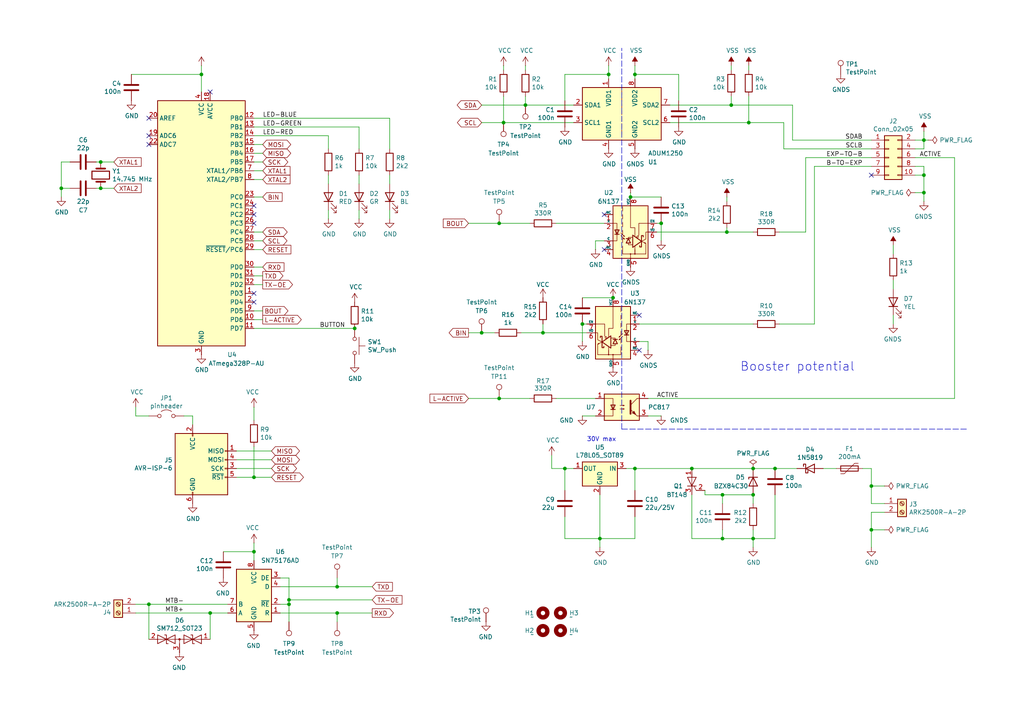
<source format=kicad_sch>
(kicad_sch (version 20231120) (generator "eeschema") (generator_version "8.0")
  (paper "A4")
  (title_block (title "HB22 MTB Expansion Module") (date "2025-02-22") (rev "1.0") (company "Model Railroader Club Brno I – KMŽ Brno I – https://kmz-brno.cz/") (comment 1 "Jan Horáček") (comment 2 "https://github.com/kmzbrnoI/hb22") (comment 3 "https://creativecommons.org/licenses/by-sa/4.0/") (comment 4 "Released under the Creative Commons Attribution-ShareAlike 4.0 License"))
  (junction (at 267.97 40.64))
  (junction (at 209.55 156.21))
  (junction (at 73.66 160.02))
  (junction (at 210.82 67.31))
  (junction (at 152.4 30.48))
  (junction (at 146.05 35.56))
  (junction (at 97.79 177.8))
  (junction (at 191.77 64.77))
  (junction (at 168.91 93.98))
  (junction (at 83.82 175.26))
  (junction (at 157.48 96.52))
  (junction (at 252.73 140.97))
  (junction (at 218.44 156.21))
  (junction (at 139.7 96.52))
  (junction (at 209.55 143.51))
  (junction (at 144.78 64.77))
  (junction (at 184.15 21.59))
  (junction (at 17.78 54.61))
  (junction (at 182.88 57.15))
  (junction (at 97.79 170.18))
  (junction (at 173.99 156.21))
  (junction (at 29.21 46.99))
  (junction (at 102.87 95.25))
  (junction (at 60.96 177.8))
  (junction (at 177.8 86.36))
  (junction (at 267.97 55.88))
  (junction (at 43.18 175.26))
  (junction (at 224.79 135.89))
  (junction (at 184.15 135.89))
  (junction (at 252.73 153.67))
  (junction (at 200.66 135.89))
  (junction (at 267.97 50.8))
  (junction (at 29.21 54.61))
  (junction (at 217.17 35.56))
  (junction (at 212.09 30.48))
  (junction (at 144.78 115.57))
  (junction (at 83.82 173.99))
  (junction (at 218.44 143.51))
  (junction (at 73.66 138.43))
  (junction (at 58.42 21.59))
  (junction (at 218.44 135.89))
  (junction (at 163.83 135.89))
  (junction (at 176.53 21.59))
  (no_connect (at 73.66 64.77))
  (no_connect (at 43.18 39.37))
  (no_connect (at 73.66 59.69))
  (no_connect (at 252.73 50.8))
  (no_connect (at 43.18 34.29))
  (no_connect (at 73.66 62.23))
  (no_connect (at 73.66 87.63))
  (no_connect (at 175.26 72.39))
  (no_connect (at 43.18 41.91))
  (no_connect (at 185.42 91.44))
  (no_connect (at 175.26 62.23))
  (no_connect (at 73.66 85.09))
  (no_connect (at 185.42 101.6))
  (no_connect (at 60.96 26.67))
  (wire (pts (xy 265.43 50.8) (xy 267.97 50.8)))
  (wire (pts (xy 224.79 135.89) (xy 218.44 135.89)))
  (wire (pts (xy 252.73 148.59) (xy 256.54 148.59)))
  (wire (pts (xy 184.15 156.21) (xy 184.15 149.86)))
  (wire (pts (xy 73.66 95.25) (xy 102.87 95.25)))
  (wire (pts (xy 97.79 167.64) (xy 97.79 170.18)))
  (wire (pts (xy 163.83 149.86) (xy 163.83 156.21)))
  (wire (pts (xy 60.96 177.8) (xy 60.96 185.42)))
  (wire (pts (xy 73.66 39.37) (xy 95.25 39.37)))
  (wire (pts (xy 73.66 138.43) (xy 78.74 138.43)))
  (wire (pts (xy 43.18 185.42) (xy 43.18 175.26)))
  (wire (pts (xy 265.43 48.26) (xy 267.97 48.26)))
  (wire (pts (xy 217.17 35.56) (xy 227.33 35.56)))
  (wire (pts (xy 269.24 40.64) (xy 267.97 40.64)))
  (wire (pts (xy 267.97 48.26) (xy 267.97 50.8)))
  (wire (pts (xy 168.91 93.98) (xy 170.18 93.98)))
  (wire (pts (xy 17.78 54.61) (xy 17.78 46.99)))
  (wire (pts (xy 196.85 21.59) (xy 196.85 29.21)))
  (wire (pts (xy 73.66 49.53) (xy 76.2 49.53)))
  (wire (pts (xy 233.68 45.72) (xy 233.68 67.31)))
  (wire (pts (xy 144.78 115.57) (xy 153.67 115.57)))
  (wire (pts (xy 73.66 129.54) (xy 73.66 138.43)))
  (wire (pts (xy 226.06 93.98) (xy 236.22 93.98)))
  (wire (pts (xy 97.79 180.34) (xy 97.79 177.8)))
  (wire (pts (xy 73.66 67.31) (xy 76.2 67.31)))
  (wire (pts (xy 144.78 64.77) (xy 153.67 64.77)))
  (wire (pts (xy 139.7 30.48) (xy 152.4 30.48)))
  (wire (pts (xy 191.77 64.77) (xy 190.5 64.77)))
  (wire (pts (xy 176.53 19.05) (xy 176.53 21.59)))
  (wire (pts (xy 29.21 46.99) (xy 33.02 46.99)))
  (wire (pts (xy 73.66 160.02) (xy 73.66 162.56)))
  (wire (pts (xy 265.43 43.18) (xy 267.97 43.18)))
  (wire (pts (xy 113.03 63.5) (xy 113.03 60.96)))
  (wire (pts (xy 81.28 167.64) (xy 83.82 167.64)))
  (wire (pts (xy 73.66 57.15) (xy 76.2 57.15)))
  (wire (pts (xy 146.05 35.56) (xy 146.05 27.94)))
  (wire (pts (xy 209.55 153.67) (xy 209.55 156.21)))
  (wire (pts (xy 160.02 135.89) (xy 163.83 135.89)))
  (wire (pts (xy 73.66 77.47) (xy 76.2 77.47)))
  (wire (pts (xy 217.17 19.05) (xy 217.17 20.32)))
  (wire (pts (xy 267.97 50.8) (xy 267.97 55.88)))
  (wire (pts (xy 73.66 118.11) (xy 73.66 121.92)))
  (wire (pts (xy 217.17 35.56) (xy 217.17 27.94)))
  (wire (pts (xy 176.53 21.59) (xy 176.53 22.86)))
  (wire (pts (xy 187.96 115.57) (xy 276.86 115.57)))
  (wire (pts (xy 43.18 175.26) (xy 39.37 175.26)))
  (wire (pts (xy 229.87 40.64) (xy 252.73 40.64)))
  (wire (pts (xy 97.79 170.18) (xy 81.28 170.18)))
  (wire (pts (xy 187.96 99.06) (xy 187.96 101.6)))
  (wire (pts (xy 146.05 19.05) (xy 146.05 20.32)))
  (wire (pts (xy 107.95 173.99) (xy 83.82 173.99)))
  (wire (pts (xy 83.82 175.26) (xy 81.28 175.26)))
  (wire (pts (xy 95.25 39.37) (xy 95.25 43.18)))
  (wire (pts (xy 218.44 146.05) (xy 218.44 143.51)))
  (wire (pts (xy 27.94 54.61) (xy 29.21 54.61)))
  (wire (pts (xy 184.15 19.05) (xy 184.15 21.59)))
  (wire (pts (xy 33.02 54.61) (xy 29.21 54.61)))
  (wire (pts (xy 209.55 156.21) (xy 218.44 156.21)))
  (wire (pts (xy 68.58 130.81) (xy 78.74 130.81)))
  (wire (pts (xy 267.97 40.64) (xy 265.43 40.64)))
  (wire (pts (xy 209.55 146.05) (xy 209.55 143.51)))
  (wire (pts (xy 229.87 30.48) (xy 229.87 40.64)))
  (wire (pts (xy 146.05 35.56) (xy 139.7 35.56)))
  (wire (pts (xy 73.66 69.85) (xy 76.2 69.85)))
  (wire (pts (xy 210.82 66.04) (xy 210.82 67.31)))
  (wire (pts (xy 53.34 120.65) (xy 55.88 120.65)))
  (wire (pts (xy 163.83 21.59) (xy 176.53 21.59)))
  (wire (pts (xy 60.96 177.8) (xy 66.04 177.8)))
  (wire (pts (xy 73.66 80.01) (xy 76.2 80.01)))
  (wire (pts (xy 107.95 170.18) (xy 97.79 170.18)))
  (wire (pts (xy 104.14 36.83) (xy 104.14 43.18)))
  (wire (pts (xy 161.29 64.77) (xy 175.26 64.77)))
  (wire (pts (xy 135.89 115.57) (xy 144.78 115.57)))
  (wire (pts (xy 113.03 34.29) (xy 113.03 43.18)))
  (wire (pts (xy 73.66 82.55) (xy 76.2 82.55)))
  (wire (pts (xy 73.66 157.48) (xy 73.66 160.02)))
  (wire (pts (xy 231.14 135.89) (xy 224.79 135.89)))
  (wire (pts (xy 252.73 148.59) (xy 252.73 153.67)))
  (wire (pts (xy 181.61 135.89) (xy 184.15 135.89)))
  (wire (pts (xy 252.73 140.97) (xy 252.73 135.89)))
  (wire (pts (xy 104.14 63.5) (xy 104.14 60.96)))
  (wire (pts (xy 163.83 135.89) (xy 166.37 135.89)))
  (wire (pts (xy 73.66 72.39) (xy 76.2 72.39)))
  (wire (pts (xy 184.15 21.59) (xy 196.85 21.59)))
  (wire (pts (xy 76.2 52.07) (xy 73.66 52.07)))
  (wire (pts (xy 58.42 26.67) (xy 58.42 21.59)))
  (wire (pts (xy 190.5 67.31) (xy 210.82 67.31)))
  (wire (pts (xy 259.08 83.82) (xy 259.08 81.28)))
  (wire (pts (xy 146.05 35.56) (xy 166.37 35.56)))
  (wire (pts (xy 212.09 30.48) (xy 212.09 27.94)))
  (wire (pts (xy 152.4 27.94) (xy 152.4 30.48)))
  (wire (pts (xy 17.78 57.15) (xy 17.78 54.61)))
  (wire (pts (xy 172.72 72.39) (xy 172.72 69.85)))
  (wire (pts (xy 95.25 63.5) (xy 95.25 60.96)))
  (wire (pts (xy 151.13 96.52) (xy 157.48 96.52)))
  (wire (pts (xy 73.66 44.45) (xy 76.2 44.45)))
  (wire (pts (xy 184.15 135.89) (xy 200.66 135.89)))
  (wire (pts (xy 20.32 54.61) (xy 17.78 54.61)))
  (wire (pts (xy 95.25 53.34) (xy 95.25 50.8)))
  (wire (pts (xy 209.55 143.51) (xy 218.44 143.51)))
  (wire (pts (xy 242.57 135.89) (xy 238.76 135.89)))
  (wire (pts (xy 113.03 53.34) (xy 113.03 50.8)))
  (wire (pts (xy 182.88 57.15) (xy 191.77 57.15)))
  (wire (pts (xy 218.44 156.21) (xy 218.44 153.67)))
  (wire (pts (xy 256.54 153.67) (xy 252.73 153.67)))
  (wire (pts (xy 104.14 53.34) (xy 104.14 50.8)))
  (wire (pts (xy 163.83 21.59) (xy 163.83 29.21)))
  (wire (pts (xy 58.42 19.05) (xy 58.42 21.59)))
  (wire (pts (xy 185.42 93.98) (xy 218.44 93.98)))
  (wire (pts (xy 224.79 156.21) (xy 224.79 143.51)))
  (wire (pts (xy 161.29 115.57) (xy 172.72 115.57)))
  (wire (pts (xy 276.86 45.72) (xy 276.86 115.57)))
  (wire (pts (xy 212.09 30.48) (xy 229.87 30.48)))
  (wire (pts (xy 73.66 46.99) (xy 76.2 46.99)))
  (wire (pts (xy 104.14 36.83) (xy 73.66 36.83)))
  (wire (pts (xy 259.08 73.66) (xy 259.08 71.12)))
  (wire (pts (xy 135.89 96.52) (xy 139.7 96.52)))
  (wire (pts (xy 267.97 43.18) (xy 267.97 40.64)))
  (wire (pts (xy 173.99 158.75) (xy 173.99 156.21)))
  (wire (pts (xy 252.73 140.97) (xy 256.54 140.97)))
  (wire (pts (xy 83.82 167.64) (xy 83.82 173.99)))
  (wire (pts (xy 152.4 30.48) (xy 166.37 30.48)))
  (wire (pts (xy 73.66 41.91) (xy 76.2 41.91)))
  (wire (pts (xy 191.77 69.85) (xy 191.77 64.77)))
  (wire (pts (xy 259.08 93.98) (xy 259.08 91.44)))
  (wire (pts (xy 168.91 86.36) (xy 177.8 86.36)))
  (wire (pts (xy 107.95 177.8) (xy 97.79 177.8)))
  (wire (pts (xy 184.15 156.21) (xy 173.99 156.21)))
  (wire (pts (xy 83.82 173.99) (xy 83.82 175.26)))
  (wire (pts (xy 224.79 156.21) (xy 218.44 156.21)))
  (wire (pts (xy 194.31 30.48) (xy 212.09 30.48)))
  (wire (pts (xy 200.66 156.21) (xy 209.55 156.21)))
  (wire (pts (xy 160.02 132.08) (xy 160.02 135.89)))
  (wire (pts (xy 17.78 46.99) (xy 20.32 46.99)))
  (wire (pts (xy 267.97 40.64) (xy 267.97 38.1)))
  (wire (pts (xy 73.66 92.71) (xy 76.2 92.71)))
  (wire (pts (xy 39.37 118.11) (xy 39.37 120.65)))
  (wire (pts (xy 204.47 142.24) (xy 204.47 143.51)))
  (wire (pts (xy 184.15 142.24) (xy 184.15 135.89)))
  (wire (pts (xy 55.88 120.65) (xy 55.88 123.19)))
  (wire (pts (xy 139.7 96.52) (xy 143.51 96.52)))
  (polyline (pts (xy 180.34 124.46) (xy 180.34 13.97)) (stroke (width 0) (type dash)))
  (wire (pts (xy 210.82 67.31) (xy 218.44 67.31)))
  (wire (pts (xy 27.94 46.99) (xy 29.21 46.99)))
  (wire (pts (xy 83.82 175.26) (xy 83.82 180.34)))
  (wire (pts (xy 265.43 55.88) (xy 267.97 55.88)))
  (wire (pts (xy 152.4 19.05) (xy 152.4 20.32)))
  (wire (pts (xy 60.96 177.8) (xy 39.37 177.8)))
  (wire (pts (xy 157.48 96.52) (xy 170.18 96.52)))
  (wire (pts (xy 185.42 99.06) (xy 187.96 99.06)))
  (wire (pts (xy 97.79 177.8) (xy 81.28 177.8)))
  (wire (pts (xy 144.78 64.77) (xy 135.89 64.77)))
  (wire (pts (xy 227.33 35.56) (xy 227.33 43.18)))
  (polyline (pts (xy 180.34 124.46) (xy 280.67 124.46)) (stroke (width 0) (type dash)))
  (wire (pts (xy 236.22 48.26) (xy 236.22 93.98)))
  (wire (pts (xy 236.22 48.26) (xy 252.73 48.26)))
  (wire (pts (xy 187.96 120.65) (xy 191.77 120.65)))
  (wire (pts (xy 73.66 90.17) (xy 76.2 90.17)))
  (wire (pts (xy 43.18 175.26) (xy 66.04 175.26)))
  (wire (pts (xy 267.97 55.88) (xy 267.97 58.42)))
  (wire (pts (xy 252.73 140.97) (xy 252.73 146.05)))
  (wire (pts (xy 173.99 156.21) (xy 163.83 156.21)))
  (wire (pts (xy 252.73 158.75) (xy 252.73 153.67)))
  (wire (pts (xy 157.48 93.98) (xy 157.48 96.52)))
  (wire (pts (xy 227.33 43.18) (xy 252.73 43.18)))
  (wire (pts (xy 64.77 160.02) (xy 73.66 160.02)))
  (wire (pts (xy 168.91 93.98) (xy 168.91 99.06)))
  (wire (pts (xy 73.66 34.29) (xy 113.03 34.29)))
  (wire (pts (xy 210.82 57.15) (xy 210.82 58.42)))
  (wire (pts (xy 163.83 142.24) (xy 163.83 135.89)))
  (wire (pts (xy 204.47 143.51) (xy 209.55 143.51)))
  (wire (pts (xy 68.58 133.35) (xy 78.74 133.35)))
  (wire (pts (xy 226.06 67.31) (xy 233.68 67.31)))
  (wire (pts (xy 173.99 156.21) (xy 173.99 143.51)))
  (wire (pts (xy 218.44 158.75) (xy 218.44 156.21)))
  (wire (pts (xy 39.37 120.65) (xy 43.18 120.65)))
  (wire (pts (xy 212.09 19.05) (xy 212.09 20.32)))
  (wire (pts (xy 184.15 21.59) (xy 184.15 22.86)))
  (wire (pts (xy 194.31 35.56) (xy 217.17 35.56)))
  (wire (pts (xy 168.91 120.65) (xy 172.72 120.65)))
  (wire (pts (xy 233.68 45.72) (xy 252.73 45.72)))
  (wire (pts (xy 218.44 135.89) (xy 200.66 135.89)))
  (wire (pts (xy 68.58 138.43) (xy 73.66 138.43)))
  (wire (pts (xy 38.1 21.59) (xy 58.42 21.59)))
  (wire (pts (xy 256.54 146.05) (xy 252.73 146.05)))
  (wire (pts (xy 200.66 156.21) (xy 200.66 143.51)))
  (wire (pts (xy 252.73 135.89) (xy 250.19 135.89)))
  (wire (pts (xy 182.88 57.15) (xy 182.88 55.88)))
  (wire (pts (xy 265.43 45.72) (xy 276.86 45.72)))
  (wire (pts (xy 172.72 69.85) (xy 175.26 69.85)))
  (wire (pts (xy 68.58 135.89) (xy 78.74 135.89)))
  (text "30V max" (at 170.18 128.27 0) (effects (font (size 1.27 1.27)) (justify left bottom)))
  (text "Booster potential" (at 214.63 107.95 0) (effects (font (size 2.54 2.54)) (justify left bottom)))
  (label "B-TO-EXP" (at 250.19 48.26 180))
  (label "SDAB" (at 250.19 40.64 180))
  (label "SCLB" (at 250.19 43.18 180))
  (label "LED-GREEN" (at 76.2 36.83 0))
  (label "MTB+" (at 53.34 177.8 180))
  (label "BUTTON" (at 92.71 95.25 0))
  (label "ACTIVE" (at 266.7 45.72 0))
  (label "EXP-TO-B" (at 250.19 45.72 180))
  (label "MTB-" (at 53.34 175.26 180))
  (label "ACTIVE" (at 190.5 115.57 0))
  (label "LED-BLUE" (at 76.2 34.29 0))
  (label "LED-RED" (at 76.2 39.37 0))
  (global_label "RXD" (shape output) (at 107.95 177.8 0) (property "Intersheetrefs" "${INTERSHEET_REFS}" (effects (hide yes))))
  (global_label "SCL" (shape bidirectional) (at 76.2 69.85 0) (property "Intersheetrefs" "${INTERSHEET_REFS}" (effects (hide yes))))
  (global_label "MISO" (shape bidirectional) (at 76.2 44.45 0) (property "Intersheetrefs" "${INTERSHEET_REFS}" (effects (hide yes))))
  (global_label "BIN" (shape output) (at 135.89 96.52 180) (property "Intersheetrefs" "${INTERSHEET_REFS}" (effects (hide yes))))
  (global_label "TXD" (shape output) (at 76.2 80.01 0) (property "Intersheetrefs" "${INTERSHEET_REFS}" (effects (hide yes))))
  (global_label "MISO" (shape bidirectional) (at 78.74 130.81 0) (property "Intersheetrefs" "${INTERSHEET_REFS}" (effects (hide yes))))
  (global_label "SDA" (shape bidirectional) (at 76.2 67.31 0) (property "Intersheetrefs" "${INTERSHEET_REFS}" (effects (hide yes))))
  (global_label "XTAL1" (shape input) (at 33.02 46.99 0) (property "Intersheetrefs" "${INTERSHEET_REFS}" (effects (hide yes))))
  (global_label "TXD" (shape input) (at 107.95 170.18 0) (property "Intersheetrefs" "${INTERSHEET_REFS}" (effects (hide yes))))
  (global_label "BOUT" (shape input) (at 135.89 64.77 180) (property "Intersheetrefs" "${INTERSHEET_REFS}" (effects (hide yes))))
  (global_label "BOUT" (shape output) (at 76.2 90.17 0) (property "Intersheetrefs" "${INTERSHEET_REFS}" (effects (hide yes))))
  (global_label "BIN" (shape input) (at 76.2 57.15 0) (property "Intersheetrefs" "${INTERSHEET_REFS}" (effects (hide yes))))
  (global_label "L-ACTIVE" (shape output) (at 76.2 92.71 0) (property "Intersheetrefs" "${INTERSHEET_REFS}" (effects (hide yes))))
  (global_label "XTAL2" (shape input) (at 76.2 52.07 0) (property "Intersheetrefs" "${INTERSHEET_REFS}" (effects (hide yes))))
  (global_label "SCK" (shape bidirectional) (at 78.74 135.89 0) (property "Intersheetrefs" "${INTERSHEET_REFS}" (effects (hide yes))))
  (global_label "MOSI" (shape bidirectional) (at 78.74 133.35 0) (property "Intersheetrefs" "${INTERSHEET_REFS}" (effects (hide yes))))
  (global_label "XTAL1" (shape input) (at 76.2 49.53 0) (property "Intersheetrefs" "${INTERSHEET_REFS}" (effects (hide yes))))
  (global_label "RESET" (shape input) (at 76.2 72.39 0) (property "Intersheetrefs" "${INTERSHEET_REFS}" (effects (hide yes))))
  (global_label "SCK" (shape bidirectional) (at 76.2 46.99 0) (property "Intersheetrefs" "${INTERSHEET_REFS}" (effects (hide yes))))
  (global_label "SDA" (shape bidirectional) (at 139.7 30.48 180) (property "Intersheetrefs" "${INTERSHEET_REFS}" (effects (hide yes))))
  (global_label "TX-OE" (shape output) (at 76.2 82.55 0) (property "Intersheetrefs" "${INTERSHEET_REFS}" (effects (hide yes))))
  (global_label "XTAL2" (shape input) (at 33.02 54.61 0) (property "Intersheetrefs" "${INTERSHEET_REFS}" (effects (hide yes))))
  (global_label "TX-OE" (shape input) (at 107.95 173.99 0) (property "Intersheetrefs" "${INTERSHEET_REFS}" (effects (hide yes))))
  (global_label "SCL" (shape bidirectional) (at 139.7 35.56 180) (property "Intersheetrefs" "${INTERSHEET_REFS}" (effects (hide yes))))
  (global_label "RESET" (shape bidirectional) (at 78.74 138.43 0) (property "Intersheetrefs" "${INTERSHEET_REFS}" (effects (hide yes))))
  (global_label "L-ACTIVE" (shape input) (at 135.89 115.57 180) (property "Intersheetrefs" "${INTERSHEET_REFS}" (effects (hide yes))))
  (global_label "MOSI" (shape bidirectional) (at 76.2 41.91 0) (property "Intersheetrefs" "${INTERSHEET_REFS}" (effects (hide yes))))
  (global_label "RXD" (shape input) (at 76.2 77.47 0) (property "Intersheetrefs" "${INTERSHEET_REFS}" (effects (hide yes))))
  (symbol (lib_id "MCU_Microchip_ATmega:ATmega328P-A") (at 58.42 64.77 0) (unit 1)
    (property "Reference" "U4" (at 67.31 102.87 0))
    (property "Value" "ATmega328P-AU" (at 68.58 105.41 0))
    (property "Footprint" "Package_QFP:TQFP-32_7x7mm_P0.8mm" (effects (hide yes)))
    (property "Datasheet" "http://ww1.microchip.com/downloads/en/DeviceDoc/ATmega328_P%20AVR%20MCU%20with%20picoPower%20Technology%20Data%20Sheet%2040001984A.pdf" (effects (hide yes)))
    (property "Description" "20MHz, 32kB Flash, 2kB SRAM, 1kB EEPROM, TQFP-32" (effects (hide yes)))
  )
  (symbol (lib_id "Device:C") (at 38.1 25.4 0) (mirror y) (unit 1)
    (property "Reference" "C4" (at 35.179 24.2316 0) (effects (justify left)))
    (property "Value" "100n" (at 35.179 26.543 0) (effects (justify left)))
    (property "Footprint" "Capacitor_SMD:C_0805_2012Metric_Pad1.18x1.45mm_HandSolder" (effects (hide yes)))
    (property "Description" "Unpolarized capacitor" (effects (hide yes)))
    (property "LCSC" "C49678" (effects (hide yes)))
  )
  (symbol (lib_id "power:GND") (at 38.1 29.21 0) (unit 1)
    (property "Reference" "#PWR020" (effects (hide yes)))
    (property "Value" "GND" (at 38.227 33.6042 0))
    (property "Description" "Power symbol creates a global label with name \"GND\" , ground" (effects (hide yes)))
  )
  (symbol (lib_id "power:VCC") (at 58.42 19.05 0) (unit 1)
    (property "Reference" "#PWR018" (effects (hide yes)))
    (property "Value" "VCC" (effects (hide yes)))
    (property "Description" "Power symbol creates a global label with name \"VCC\"" (effects (hide yes)))
  )
  (symbol (lib_id "Device:R") (at 73.66 125.73 180) (unit 1)
    (property "Reference" "R9" (at 75.4126 124.5616 0) (effects (justify right)))
    (property "Value" "10k" (at 75.4126 126.873 0) (effects (justify right)))
    (property "Footprint" "Resistor_SMD:R_0805_2012Metric_Pad1.20x1.40mm_HandSolder" (effects (hide yes)))
    (property "Description" "Resistor" (effects (hide yes)))
    (property "LCSC" "C17414" (effects (hide yes)))
  )
  (symbol (lib_id "power:VCC") (at 73.66 118.11 0) (mirror y) (unit 1)
    (property "Reference" "#PWR023" (effects (hide yes)))
    (property "Value" "VCC" (at 73.279 113.7158 0))
    (property "Description" "Power symbol creates a global label with name \"VCC\"" (effects (hide yes)))
  )
  (symbol (lib_id "Connector:AVR-ISP-6") (at 58.42 135.89 0) (unit 1)
    (property "Reference" "J5" (at 50.0634 133.4516 0) (effects (justify right)))
    (property "Value" "AVR-ISP-6" (at 50.0634 135.763 0) (effects (justify right)))
    (property "Footprint" "Connector_PinHeader_2.54mm:PinHeader_2x03_P2.54mm_Vertical" (effects (hide yes)))
    (property "Description" "Atmel 6-pin ISP connector" (effects (hide yes)))
  )
  (symbol (lib_id "Jumper:Jumper_2_Open") (at 48.26 120.65 0) (unit 1) (exclude_from_sim yes)
    (property "Reference" "JP1" (at 48.26 115.443 0))
    (property "Value" "pinheader" (at 48.26 117.7544 0))
    (property "Footprint" "Connector_PinHeader_2.54mm:PinHeader_1x02_P2.54mm_Vertical" (effects (hide yes)))
    (property "Description" "Jumper, 2-pole, open" (effects (hide yes)))
  )
  (symbol (lib_id "power:GND") (at 55.88 146.05 0) (unit 1)
    (property "Reference" "#PWR043" (effects (hide yes)))
    (property "Value" "GND" (at 56.007 150.4442 0))
    (property "Description" "Power symbol creates a global label with name \"GND\" , ground" (effects (hide yes)))
  )
  (symbol (lib_id "power:VCC") (at 39.37 118.11 0) (unit 1)
    (property "Reference" "#PWR039" (effects (hide yes)))
    (property "Value" "VCC" (at 39.751 113.7158 0))
    (property "Description" "Power symbol creates a global label with name \"VCC\"" (effects (hide yes)))
  )
  (symbol (lib_id "Device:Crystal") (at 29.21 50.8 270) (unit 1)
    (property "Reference" "Y1" (at 32.5374 49.6316 90) (effects (justify left)))
    (property "Value" "14.745 MHz" (at 32.5374 51.943 90) (effects (justify left)))
    (property "Footprint" "Crystal:Crystal_SMD_HC49-SD_HandSoldering" (effects (hide yes)))
    (property "Description" "Two pin crystal" (effects (hide yes)))
    (property "LCSC" "C240976" (effects (hide yes)))
  )
  (symbol (lib_id "Device:C") (at 24.13 46.99 270) (unit 1)
    (property "Reference" "C6" (at 24.13 40.5892 90))
    (property "Value" "22p" (at 24.13 42.9006 90))
    (property "Footprint" "Capacitor_SMD:C_0805_2012Metric_Pad1.18x1.45mm_HandSolder" (effects (hide yes)))
    (property "Description" "Unpolarized capacitor" (effects (hide yes)))
    (property "LCSC" "C1804" (effects (hide yes)))
  )
  (symbol (lib_id "Device:C") (at 24.13 54.61 90) (unit 1)
    (property "Reference" "C7" (at 24.13 60.96 90))
    (property "Value" "22p" (at 24.13 58.42 90))
    (property "Footprint" "Capacitor_SMD:C_0805_2012Metric_Pad1.18x1.45mm_HandSolder" (effects (hide yes)))
    (property "Description" "Unpolarized capacitor" (effects (hide yes)))
    (property "LCSC" "C1804" (effects (hide yes)))
  )
  (symbol (lib_id "power:GND") (at 17.78 57.15 0) (unit 1)
    (property "Reference" "#PWR032" (effects (hide yes)))
    (property "Value" "GND" (at 17.907 61.5442 0))
    (property "Description" "Power symbol creates a global label with name \"GND\" , ground" (effects (hide yes)))
  )
  (symbol (lib_id "Device:Polyfuse") (at 246.38 135.89 270) (unit 1)
    (property "Reference" "F1" (at 246.38 130.175 90))
    (property "Value" "200mA" (at 246.38 132.4864 90))
    (property "Footprint" "Fuse:Fuse_1206_3216Metric_Pad1.42x1.75mm_HandSolder" (effects (hide yes)))
    (property "Description" "Resettable fuse, polymeric positive temperature coefficient" (effects (hide yes)))
  )
  (symbol (lib_id "power:GND") (at 58.42 102.87 0) (unit 1)
    (property "Reference" "#PWR034" (effects (hide yes)))
    (property "Value" "GND" (at 58.547 107.2642 0))
    (property "Description" "Power symbol creates a global label with name \"GND\" , ground" (effects (hide yes)))
  )
  (symbol (lib_id "Diode:BZX84Cxx") (at 218.44 139.7 90) (mirror x) (unit 1)
    (property "Reference" "D5" (at 213.36 138.43 90) (effects (justify right)))
    (property "Value" "BZX84C30" (at 207.01 140.97 90) (effects (justify right)))
    (property "Footprint" "Package_TO_SOT_SMD:SOT-23" (effects (hide yes)))
    (property "Datasheet" "https://diotec.com/tl_files/diotec/files/pdf/datasheets/bzx84c2v4.pdf" (effects (hide yes)))
    (property "Description" "300mW Zener Diode, SOT-23" (effects (hide yes)))
  )
  (symbol (lib_id "Triac_Thyristor:BT169D") (at 200.66 139.7 0) (mirror y) (unit 1)
    (property "Reference" "Q1" (at 198.12 140.97 0) (effects (justify left)))
    (property "Value" "BT148" (at 199.39 143.51 0) (effects (justify left)))
    (property "Footprint" "Package_TO_SOT_THT:TO-92_Inline" (effects (hide yes)))
    (property "Datasheet" "https://media.digikey.com/pdf/Data%20Sheets/NXP%20PDFs/BT169_Series.pdf" (effects (hide yes)))
    (property "Description" "0.5A Ion, 400V Voff, Thyristors logic level, Silicon Controlled Rectifier (Thyristor), TO-92" (effects (hide yes)))
    (property "LCSC" "C256433" (effects (hide yes)))
  )
  (symbol (lib_id "Device:C") (at 224.79 139.7 0) (unit 1)
    (property "Reference" "C8" (at 227.711 138.5316 0) (effects (justify left)))
    (property "Value" "100n" (at 227.711 140.843 0) (effects (justify left)))
    (property "Footprint" "Capacitor_SMD:C_0805_2012Metric_Pad1.18x1.45mm_HandSolder" (effects (hide yes)))
    (property "Description" "Unpolarized capacitor" (effects (hide yes)))
    (property "LCSC" "C49678" (effects (hide yes)))
  )
  (symbol (lib_id "Device:C") (at 209.55 149.86 0) (mirror x) (unit 1)
    (property "Reference" "C11" (at 206.629 148.6916 0) (effects (justify right)))
    (property "Value" "100n" (at 206.629 151.003 0) (effects (justify right)))
    (property "Footprint" "Capacitor_SMD:C_0805_2012Metric_Pad1.18x1.45mm_HandSolder" (effects (hide yes)))
    (property "Description" "Unpolarized capacitor" (effects (hide yes)))
    (property "LCSC" "C49678" (effects (hide yes)))
  )
  (symbol (lib_id "Device:R") (at 218.44 149.86 0) (mirror x) (unit 1)
    (property "Reference" "R12" (at 216.662 148.6916 0) (effects (justify right)))
    (property "Value" "2k2" (at 216.662 151.003 0) (effects (justify right)))
    (property "Footprint" "Resistor_SMD:R_0805_2012Metric_Pad1.20x1.40mm_HandSolder" (effects (hide yes)))
    (property "Description" "Resistor" (effects (hide yes)))
    (property "LCSC" "C17520" (effects (hide yes)))
  )
  (symbol (lib_id "power:GND") (at 218.44 158.75 0) (unit 1)
    (property "Reference" "#PWR037" (effects (hide yes)))
    (property "Value" "GND" (at 218.567 163.1442 0))
    (property "Description" "Power symbol creates a global label with name \"GND\" , ground" (effects (hide yes)))
  )
  (symbol (lib_id "Interface_UART:SN75176AD") (at 73.66 172.72 0) (mirror y) (unit 1)
    (property "Reference" "U6" (at 81.28 160.02 0))
    (property "Value" "SN75176AD" (at 81.28 162.56 0))
    (property "Footprint" "Package_SO:SOIC-8_3.9x4.9mm_P1.27mm" (effects (hide yes)))
    (property "Datasheet" "http://www.ti.com/lit/ds/symlink/sn75176a.pdf" (effects (hide yes)))
    (property "Description" "Differential RS-422/RS-485 bus transceiver, SOIC-8" (effects (hide yes)))
  )
  (symbol (lib_id "Connector:Screw_Terminal_01x02") (at 34.29 177.8 180) (unit 1)
    (property "Reference" "J4" (at 32.258 177.5968 0) (effects (justify left)))
    (property "Value" "ARK2500R-A-2P" (at 32.258 175.2854 0) (effects (justify left)))
    (property "Footprint" "Connector_Phoenix_MSTB:PhoenixContact_MSTBA_2,5_2-G_1x02_P5.00mm_Horizontal" (effects (hide yes)))
    (property "Description" "Generic screw terminal, single row, 01x02, script generated (kicad-library-utils/schlib/autogen/connector/)" (effects (hide yes)))
  )
  (symbol (lib_id "power:VCC") (at 73.66 157.48 0) (mirror y) (unit 1)
    (property "Reference" "#PWR040" (effects (hide yes)))
    (property "Value" "VCC" (at 73.279 153.0858 0))
    (property "Description" "Power symbol creates a global label with name \"VCC\"" (effects (hide yes)))
  )
  (symbol (lib_id "power:GND") (at 73.66 182.88 0) (mirror y) (unit 1)
    (property "Reference" "#PWR041" (effects (hide yes)))
    (property "Value" "GND" (at 73.533 187.2742 0))
    (property "Description" "Power symbol creates a global label with name \"GND\" , ground" (effects (hide yes)))
  )
  (symbol (lib_id "Switch:SW_Push") (at 102.87 100.33 270) (unit 1)
    (property "Reference" "SW1" (at 106.6292 99.1616 90) (effects (justify left)))
    (property "Value" "SW_Push" (at 106.6292 101.473 90) (effects (justify left)))
    (property "Footprint" "Button_Switch_THT:SW_PUSH_6mm" (effects (hide yes)))
    (property "Description" "Push button switch, generic, two pins" (effects (hide yes)))
  )
  (symbol (lib_id "Device:R") (at 102.87 91.44 0) (unit 1)
    (property "Reference" "R11" (at 104.648 90.2716 0) (effects (justify left)))
    (property "Value" "10k" (at 104.648 92.583 0) (effects (justify left)))
    (property "Footprint" "Resistor_SMD:R_0805_2012Metric_Pad1.20x1.40mm_HandSolder" (effects (hide yes)))
    (property "Description" "Resistor" (effects (hide yes)))
    (property "LCSC" "C17414" (effects (hide yes)))
  )
  (symbol (lib_id "power:VCC") (at 102.87 87.63 0) (unit 1)
    (property "Reference" "#PWR033" (effects (hide yes)))
    (property "Value" "VCC" (at 103.251 83.2358 0))
    (property "Description" "Power symbol creates a global label with name \"VCC\"" (effects (hide yes)))
  )
  (symbol (lib_id "power:GND") (at 102.87 105.41 0) (unit 1)
    (property "Reference" "#PWR035" (effects (hide yes)))
    (property "Value" "GND" (at 102.997 109.8042 0))
    (property "Description" "Power symbol creates a global label with name \"GND\" , ground" (effects (hide yes)))
  )
  (symbol (lib_id "Device:LED") (at 95.25 57.15 90) (unit 1)
    (property "Reference" "D1" (at 98.2472 56.1594 90) (effects (justify right)))
    (property "Value" "RED" (at 98.2472 58.4708 90) (effects (justify right)))
    (property "Footprint" "LED_SMD:LED_0805_2012Metric_Pad1.15x1.40mm_HandSolder" (effects (hide yes)))
    (property "Description" "Light emitting diode" (effects (hide yes)))
    (property "LCSC" "C84256" (effects (hide yes)))
  )
  (symbol (lib_id "Device:LED") (at 104.14 57.15 90) (unit 1)
    (property "Reference" "D2" (at 107.1372 56.1594 90) (effects (justify right)))
    (property "Value" "GR" (at 107.1372 58.4708 90) (effects (justify right)))
    (property "Footprint" "LED_SMD:LED_0805_2012Metric_Pad1.15x1.40mm_HandSolder" (effects (hide yes)))
    (property "Description" "Light emitting diode" (effects (hide yes)))
    (property "LCSC" "C2297" (effects (hide yes)))
  )
  (symbol (lib_id "Device:LED") (at 113.03 57.15 90) (unit 1)
    (property "Reference" "D3" (at 116.0272 56.1594 90) (effects (justify right)))
    (property "Value" "BL" (at 116.0272 58.4708 90) (effects (justify right)))
    (property "Footprint" "LED_SMD:LED_0805_2012Metric_Pad1.15x1.40mm_HandSolder" (effects (hide yes)))
    (property "Description" "Light emitting diode" (effects (hide yes)))
    (property "LCSC" "C2293" (effects (hide yes)))
  )
  (symbol (lib_id "Device:R") (at 95.25 46.99 0) (unit 1)
    (property "Reference" "R6" (at 97.028 45.8216 0) (effects (justify left)))
    (property "Value" "1k" (at 97.028 48.133 0) (effects (justify left)))
    (property "Footprint" "Resistor_SMD:R_0805_2012Metric_Pad1.20x1.40mm_HandSolder" (effects (hide yes)))
    (property "Description" "Resistor" (effects (hide yes)))
    (property "LCSC" "C17513" (effects (hide yes)))
  )
  (symbol (lib_id "Device:R") (at 104.14 46.99 0) (unit 1)
    (property "Reference" "R7" (at 105.918 45.8216 0) (effects (justify left)))
    (property "Value" "10k" (at 105.918 48.133 0) (effects (justify left)))
    (property "Footprint" "Resistor_SMD:R_0805_2012Metric_Pad1.20x1.40mm_HandSolder" (effects (hide yes)))
    (property "Description" "Resistor" (effects (hide yes)))
    (property "LCSC" "C17513" (effects (hide yes)))
  )
  (symbol (lib_id "Device:R") (at 113.03 46.99 0) (unit 1)
    (property "Reference" "R8" (at 114.808 45.8216 0) (effects (justify left)))
    (property "Value" "2k2" (at 114.808 48.133 0) (effects (justify left)))
    (property "Footprint" "Resistor_SMD:R_0805_2012Metric_Pad1.20x1.40mm_HandSolder" (effects (hide yes)))
    (property "Description" "Resistor" (effects (hide yes)))
    (property "LCSC" "C17513" (effects (hide yes)))
  )
  (symbol (lib_id "power:GND") (at 95.25 63.5 0) (unit 1)
    (property "Reference" "#PWR026" (effects (hide yes)))
    (property "Value" "GND" (at 95.377 67.8942 0))
    (property "Description" "Power symbol creates a global label with name \"GND\" , ground" (effects (hide yes)))
  )
  (symbol (lib_id "power:GND") (at 104.14 63.5 0) (unit 1)
    (property "Reference" "#PWR027" (effects (hide yes)))
    (property "Value" "GND" (at 104.267 67.8942 0))
    (property "Description" "Power symbol creates a global label with name \"GND\" , ground" (effects (hide yes)))
  )
  (symbol (lib_id "power:GND") (at 113.03 63.5 0) (unit 1)
    (property "Reference" "#PWR028" (effects (hide yes)))
    (property "Value" "GND" (at 113.157 67.8942 0))
    (property "Description" "Power symbol creates a global label with name \"GND\" , ground" (effects (hide yes)))
  )
  (symbol (lib_id "Interface_I2C:ADUM1250") (at 180.34 33.02 0) (unit 1)
    (property "Reference" "U1" (at 187.96 46.99 0) (effects (justify left)))
    (property "Value" "ADUM1250" (at 187.96 44.45 0) (effects (justify left)))
    (property "Footprint" "Package_SO:SO-8_3.9x4.9mm_P1.27mm" (effects (hide yes)))
    (property "Datasheet" "https://www.analog.com/media/en/technical-documentation/data-sheets/ADUM1250_1251.pdf" (effects (hide yes)))
    (property "Description" "Hot Swappable Dual I2C Isolator, SO-8" (effects (hide yes)))
    (property "LCSC" "C13839" (effects (hide yes)))
  )
  (symbol (lib_id "Device:R") (at 152.4 24.13 0) (unit 1)
    (property "Reference" "R2" (at 154.178 22.9616 0) (effects (justify left)))
    (property "Value" "10k" (at 154.178 25.273 0) (effects (justify left)))
    (property "Footprint" "Resistor_SMD:R_0805_2012Metric_Pad1.20x1.40mm_HandSolder" (effects (hide yes)))
    (property "Description" "Resistor" (effects (hide yes)))
    (property "LCSC" "C17414" (effects (hide yes)))
  )
  (symbol (lib_id "Device:R") (at 146.05 24.13 0) (mirror x) (unit 1)
    (property "Reference" "R1" (at 144.272 22.9616 0) (effects (justify right)))
    (property "Value" "10k" (at 144.272 25.273 0) (effects (justify right)))
    (property "Footprint" "Resistor_SMD:R_0805_2012Metric_Pad1.20x1.40mm_HandSolder" (effects (hide yes)))
    (property "Description" "Resistor" (effects (hide yes)))
    (property "LCSC" "C17414" (effects (hide yes)))
  )
  (symbol (lib_id "power:VCC") (at 146.05 19.05 0) (unit 1)
    (property "Reference" "#PWR06" (effects (hide yes)))
    (property "Value" "VCC" (at 146.431 14.6558 0))
    (property "Description" "Power symbol creates a global label with name \"VCC\"" (effects (hide yes)))
  )
  (symbol (lib_id "power:VCC") (at 152.4 19.05 0) (unit 1)
    (property "Reference" "#PWR07" (effects (hide yes)))
    (property "Value" "VCC" (at 152.781 14.6558 0))
    (property "Description" "Power symbol creates a global label with name \"VCC\"" (effects (hide yes)))
  )
  (symbol (lib_id "Device:C") (at 163.83 33.02 0) (mirror y) (unit 1)
    (property "Reference" "C1" (at 160.909 31.8516 0) (effects (justify left)))
    (property "Value" "100n" (at 160.909 34.163 0) (effects (justify left)))
    (property "Footprint" "Capacitor_SMD:C_0805_2012Metric_Pad1.18x1.45mm_HandSolder" (effects (hide yes)))
    (property "Description" "Unpolarized capacitor" (effects (hide yes)))
    (property "LCSC" "C49678" (effects (hide yes)))
  )
  (symbol (lib_id "Device:C") (at 196.85 33.02 0) (unit 1)
    (property "Reference" "C2" (at 199.771 31.8516 0) (effects (justify left)))
    (property "Value" "100n" (at 199.771 34.163 0) (effects (justify left)))
    (property "Footprint" "Capacitor_SMD:C_0805_2012Metric_Pad1.18x1.45mm_HandSolder" (effects (hide yes)))
    (property "Description" "Unpolarized capacitor" (effects (hide yes)))
    (property "LCSC" "C49678" (effects (hide yes)))
  )
  (symbol (lib_id "power:GND") (at 196.85 36.83 0) (unit 1)
    (property "Reference" "#PWR011" (effects (hide yes)))
    (property "Value" "GND" (at 196.977 41.2242 0))
    (property "Description" "Power symbol creates a global label with name \"GND\" , ground" (effects (hide yes)))
  )
  (symbol (lib_id "power:GND") (at 163.83 36.83 0) (unit 1)
    (property "Reference" "#PWR010" (effects (hide yes)))
    (property "Value" "GND" (at 163.957 41.2242 0))
    (property "Description" "Power symbol creates a global label with name \"GND\" , ground" (effects (hide yes)))
  )
  (symbol (lib_id "power:VCC") (at 176.53 19.05 0) (unit 1)
    (property "Reference" "#PWR03" (effects (hide yes)))
    (property "Value" "VCC" (at 176.911 14.6558 0))
    (property "Description" "Power symbol creates a global label with name \"VCC\"" (effects (hide yes)))
  )
  (symbol (lib_id "power:VSS") (at 184.15 19.05 0) (unit 1)
    (property "Reference" "#PWR04" (effects (hide yes)))
    (property "Value" "VSS" (at 184.531 14.6558 0))
    (property "Description" "Power symbol creates a global label with name \"VSS\"" (effects (hide yes)))
  )
  (symbol (lib_id "power:GND") (at 176.53 43.18 0) (unit 1)
    (property "Reference" "#PWR015" (effects (hide yes)))
    (property "Value" "GND" (at 176.657 47.5742 0))
    (property "Description" "Power symbol creates a global label with name \"GND\" , ground" (effects (hide yes)))
  )
  (symbol (lib_id "power:GNDS") (at 184.15 43.18 0) (unit 1)
    (property "Reference" "#PWR016" (effects (hide yes)))
    (property "Value" "GNDS" (at 184.277 47.5742 0))
    (property "Description" "Power symbol creates a global label with name \"GNDS\" , signal ground" (effects (hide yes)))
  )
  (symbol (lib_id "Connector:Screw_Terminal_01x02") (at 261.62 146.05 0) (unit 1)
    (property "Reference" "J3" (at 263.652 146.2532 0) (effects (justify left)))
    (property "Value" "ARK2500R-A-2P" (at 263.652 148.5646 0) (effects (justify left)))
    (property "Footprint" "Connector_Phoenix_MSTB:PhoenixContact_MSTBA_2,5_2-G_1x02_P5.00mm_Horizontal" (effects (hide yes)))
    (property "Description" "Generic screw terminal, single row, 01x02, script generated (kicad-library-utils/schlib/autogen/connector/)" (effects (hide yes)))
  )
  (symbol (lib_id "power:GND") (at 252.73 158.75 0) (unit 1)
    (property "Reference" "#PWR038" (effects (hide yes)))
    (property "Value" "GND" (at 252.857 163.1442 0))
    (property "Description" "Power symbol creates a global label with name \"GND\" , ground" (effects (hide yes)))
  )
  (symbol (lib_id "power:PWR_FLAG") (at 256.54 153.67 270) (unit 1)
    (property "Reference" "#FLG02" (effects (hide yes)))
    (property "Value" "PWR_FLAG" (at 259.7912 153.67 90) (effects (justify left)))
    (property "Description" "Special symbol for telling ERC where power comes from" (effects (hide yes)))
  )
  (symbol (lib_id "power:PWR_FLAG") (at 256.54 140.97 270) (unit 1)
    (property "Reference" "#FLG01" (effects (hide yes)))
    (property "Value" "PWR_FLAG" (at 259.7912 140.97 90) (effects (justify left)))
    (property "Description" "Special symbol for telling ERC where power comes from" (effects (hide yes)))
  )
  (symbol (lib_id "Diode:1N5819") (at 234.95 135.89 0) (unit 1)
    (property "Reference" "D4" (at 234.95 130.3782 0))
    (property "Value" "1N5819" (at 234.95 132.6896 0))
    (property "Footprint" "Diode_SMD:D_SOD-123" (effects (hide yes)))
    (property "Datasheet" "http://www.vishay.com/docs/88525/1n5817.pdf" (effects (hide yes)))
    (property "Description" "40V 1A Schottky Barrier Rectifier Diode, DO-41" (effects (hide yes)))
    (property "LCSC" "C64898" (effects (hide yes)))
    (property "Sim.Device" "D" (effects (hide yes)))
    (property "Sim.Pins" "1=K 2=A" (effects (hide yes)))
  )
  (symbol (lib_id "Device:C") (at 184.15 146.05 0) (unit 1)
    (property "Reference" "C10" (at 187.071 144.8816 0) (effects (justify left)))
    (property "Value" "22u/25V" (at 187.071 147.193 0) (effects (justify left)))
    (property "Footprint" "Capacitor_SMD:C_0805_2012Metric_Pad1.18x1.45mm_HandSolder" (effects (hide yes)))
    (property "Description" "Unpolarized capacitor" (effects (hide yes)))
    (property "LCSC" "C45783" (effects (hide yes)))
  )
  (symbol (lib_id "Regulator_Linear:L78L05_SOT89") (at 173.99 135.89 0) (mirror y) (unit 1)
    (property "Reference" "U5" (at 173.99 129.7432 0))
    (property "Value" "L78L05_SOT89" (at 173.99 132.0546 0))
    (property "Footprint" "Package_TO_SOT_SMD:SOT-89-3" (effects (hide yes)))
    (property "Datasheet" "http://www.st.com/content/ccc/resource/technical/document/datasheet/15/55/e5/aa/23/5b/43/fd/CD00000446.pdf/files/CD00000446.pdf/jcr:content/translations/en.CD00000446.pdf" (effects (hide yes)))
    (property "Description" "Positive 100mA 30V Linear Regulator, Fixed Output 5V, SOT-89" (effects (hide yes)))
    (property "LCSC" "C71136" (effects (hide yes)))
  )
  (symbol (lib_id "Device:C") (at 163.83 146.05 0) (mirror x) (unit 1)
    (property "Reference" "C9" (at 160.909 144.8816 0) (effects (justify right)))
    (property "Value" "22u" (at 160.909 147.193 0) (effects (justify right)))
    (property "Footprint" "Capacitor_SMD:C_0805_2012Metric_Pad1.18x1.45mm_HandSolder" (effects (hide yes)))
    (property "Description" "Unpolarized capacitor" (effects (hide yes)))
    (property "LCSC" "C45783" (effects (hide yes)))
  )
  (symbol (lib_id "power:GND") (at 173.99 158.75 0) (unit 1)
    (property "Reference" "#PWR036" (effects (hide yes)))
    (property "Value" "GND" (at 174.117 163.1442 0))
    (property "Description" "Power symbol creates a global label with name \"GND\" , ground" (effects (hide yes)))
  )
  (symbol (lib_id "power:VCC") (at 160.02 132.08 0) (unit 1)
    (property "Reference" "#PWR031" (effects (hide yes)))
    (property "Value" "VCC" (at 160.401 127.6858 0))
    (property "Description" "Power symbol creates a global label with name \"VCC\"" (effects (hide yes)))
  )
  (symbol (lib_id "Connector_Generic:Conn_02x05_Odd_Even") (at 257.81 45.72 0) (unit 1)
    (property "Reference" "J2" (at 259.08 35.1282 0))
    (property "Value" "Conn_02x05" (at 259.08 37.4396 0))
    (property "Footprint" "Connector_PinHeader_2.54mm:PinHeader_2x05_P2.54mm_Vertical" (effects (hide yes)))
    (property "Description" "Generic connector, double row, 02x05, odd/even pin numbering scheme (row 1 odd numbers, row 2 even numbers), script generated (kicad-library-utils/schlib/autogen/connector/)" (effects (hide yes)))
  )
  (symbol (lib_id "Device:R") (at 217.17 24.13 0) (unit 1)
    (property "Reference" "R4" (at 218.948 22.9616 0) (effects (justify left)))
    (property "Value" "10k" (at 218.948 25.273 0) (effects (justify left)))
    (property "Footprint" "Resistor_SMD:R_0805_2012Metric_Pad1.20x1.40mm_HandSolder" (effects (hide yes)))
    (property "Description" "Resistor" (effects (hide yes)))
    (property "LCSC" "C17414" (effects (hide yes)))
  )
  (symbol (lib_id "Device:R") (at 212.09 24.13 0) (mirror x) (unit 1)
    (property "Reference" "R3" (at 210.312 22.9616 0) (effects (justify right)))
    (property "Value" "10k" (at 210.312 25.273 0) (effects (justify right)))
    (property "Footprint" "Resistor_SMD:R_0805_2012Metric_Pad1.20x1.40mm_HandSolder" (effects (hide yes)))
    (property "Description" "Resistor" (effects (hide yes)))
    (property "LCSC" "C17414" (effects (hide yes)))
  )
  (symbol (lib_id "power:VSS") (at 212.09 19.05 0) (unit 1)
    (property "Reference" "#PWR08" (effects (hide yes)))
    (property "Value" "VSS" (at 212.471 14.6558 0))
    (property "Description" "Power symbol creates a global label with name \"VSS\"" (effects (hide yes)))
  )
  (symbol (lib_id "power:VSS") (at 217.17 19.05 0) (unit 1)
    (property "Reference" "#PWR09" (effects (hide yes)))
    (property "Value" "VSS" (at 217.551 14.6558 0))
    (property "Description" "Power symbol creates a global label with name \"VSS\"" (effects (hide yes)))
  )
  (symbol (lib_id "power:GNDS") (at 267.97 58.42 0) (mirror y) (unit 1)
    (property "Reference" "#PWR014" (effects (hide yes)))
    (property "Value" "GNDS" (at 267.843 62.8142 0))
    (property "Description" "Power symbol creates a global label with name \"GNDS\" , signal ground" (effects (hide yes)))
  )
  (symbol (lib_id "power:VSS") (at 267.97 38.1 0) (unit 1)
    (property "Reference" "#PWR012" (effects (hide yes)))
    (property "Value" "VSS" (at 268.351 33.7058 0))
    (property "Description" "Power symbol creates a global label with name \"VSS\"" (effects (hide yes)))
  )
  (symbol (lib_id "Diode:SM712_SOT23") (at 52.07 185.42 0) (mirror y) (unit 1)
    (property "Reference" "D6" (at 52.07 179.9336 0))
    (property "Value" "SM712_SOT23" (at 52.07 182.245 0))
    (property "Footprint" "Package_TO_SOT_SMD:SOT-23" (effects (hide yes)))
    (property "Datasheet" "https://www.littelfuse.com/~/media/electronics/datasheets/tvs_diode_arrays/littelfuse_tvs_diode_array_sm712_datasheet.pdf.pdf" (effects (hide yes)))
    (property "Description" "7V/12V, 600W Asymmetrical TVS Diode Array, SOT-23" (effects (hide yes)))
    (property "LCSC" "C32677" (effects (hide yes)))
  )
  (symbol (lib_id "Isolator:PC817") (at 180.34 118.11 0) (unit 1)
    (property "Reference" "U7" (at 172.72 118.11 0) (effects (justify right)))
    (property "Value" "PC817" (at 187.96 118.11 0) (effects (justify left)))
    (property "Footprint" "Package_DIP:DIP-4_W7.62mm" (effects (hide yes)))
    (property "Datasheet" "http://www.soselectronic.cz/a_info/resource/d/pc817.pdf" (effects (hide yes)))
    (property "Description" "DC Optocoupler, Vce 35V, CTR 50-300%, DIP-4" (effects (hide yes)))
  )
  (symbol (lib_id "power:GND") (at 168.91 120.65 0) (unit 1)
    (property "Reference" "#PWR048" (effects (hide yes)))
    (property "Value" "GND" (at 166.37 121.92 0) (effects (justify right)))
    (property "Description" "Power symbol creates a global label with name \"GND\" , ground" (effects (hide yes)))
  )
  (symbol (lib_id "power:GNDS") (at 191.77 120.65 0) (unit 1)
    (property "Reference" "#PWR049" (effects (hide yes)))
    (property "Value" "GNDS" (at 194.31 121.92 0) (effects (justify left)))
    (property "Description" "Power symbol creates a global label with name \"GNDS\" , signal ground" (effects (hide yes)))
  )
  (symbol (lib_id "Device:R") (at 157.48 115.57 270) (unit 1)
    (property "Reference" "R17" (at 157.48 110.49 90))
    (property "Value" "330R" (at 157.48 112.6236 90))
    (property "Footprint" "Resistor_SMD:R_0805_2012Metric_Pad1.20x1.40mm_HandSolder" (effects (hide yes)))
    (property "Description" "Resistor" (effects (hide yes)))
  )
  (symbol (lib_id "Device:R") (at 147.32 96.52 270) (mirror x) (unit 1)
    (property "Reference" "R16" (at 147.32 91.2622 90))
    (property "Value" "1k" (at 147.32 93.5736 90))
    (property "Footprint" "Resistor_SMD:R_0805_2012Metric_Pad1.20x1.40mm_HandSolder" (effects (hide yes)))
    (property "Description" "Resistor" (effects (hide yes)))
  )
  (symbol (lib_id "power:GND") (at 52.07 189.23 0) (mirror y) (unit 1)
    (property "Reference" "#PWR042" (effects (hide yes)))
    (property "Value" "GND" (at 51.943 193.6242 0))
    (property "Description" "Power symbol creates a global label with name \"GND\" , ground" (effects (hide yes)))
  )
  (symbol (lib_id "Connector:TestPoint") (at 144.78 115.57 0) (unit 1)
    (property "Reference" "TP11" (at 144.78 109.22 0))
    (property "Value" "TestPoint" (at 144.78 106.68 0))
    (property "Footprint" "TestPoint:TestPoint_Pad_D1.0mm" (effects (hide yes)))
    (property "Description" "test point" (effects (hide yes)))
  )
  (symbol (lib_id "Device:C") (at 64.77 163.83 0) (mirror y) (unit 1)
    (property "Reference" "C12" (at 61.849 162.6616 0) (effects (justify left)))
    (property "Value" "100n" (at 61.849 164.973 0) (effects (justify left)))
    (property "Footprint" "Capacitor_SMD:C_0805_2012Metric_Pad1.18x1.45mm_HandSolder" (effects (hide yes)))
    (property "Description" "Unpolarized capacitor" (effects (hide yes)))
    (property "LCSC" "C49678" (effects (hide yes)))
  )
  (symbol (lib_id "power:GND") (at 64.77 167.64 0) (mirror y) (unit 1)
    (property "Reference" "#PWR050" (effects (hide yes)))
    (property "Value" "GND" (at 64.643 172.0342 0))
    (property "Description" "Power symbol creates a global label with name \"GND\" , ground" (effects (hide yes)))
  )
  (symbol (lib_id "Device:R") (at 222.25 67.31 270) (unit 1)
    (property "Reference" "R18" (at 222.25 62.0522 90))
    (property "Value" "330R" (at 222.25 64.3636 90))
    (property "Footprint" "Resistor_SMD:R_0805_2012Metric_Pad1.20x1.40mm_HandSolder" (effects (hide yes)))
    (property "Description" "Resistor" (effects (hide yes)))
    (property "LCSC" "C17513" (effects (hide yes)))
  )
  (symbol (lib_id "Device:R") (at 210.82 62.23 0) (mirror x) (unit 1)
    (property "Reference" "R14" (at 209.042 61.0616 0) (effects (justify right)))
    (property "Value" "2k2" (at 209.042 63.373 0) (effects (justify right)))
    (property "Footprint" "Resistor_SMD:R_0805_2012Metric_Pad1.20x1.40mm_HandSolder" (effects (hide yes)))
    (property "Description" "Resistor" (effects (hide yes)))
    (property "LCSC" "C17414" (effects (hide yes)))
  )
  (symbol (lib_id "power:VSS") (at 210.82 57.15 0) (unit 1)
    (property "Reference" "#PWR046" (effects (hide yes)))
    (property "Value" "VSS" (at 211.201 52.7558 0))
    (property "Description" "Power symbol creates a global label with name \"VSS\"" (effects (hide yes)))
  )
  (symbol (lib_id "Device:R") (at 157.48 90.17 0) (mirror x) (unit 1)
    (property "Reference" "R15" (at 155.702 89.0016 0) (effects (justify right)))
    (property "Value" "2k2" (at 155.702 91.313 0) (effects (justify right)))
    (property "Footprint" "Resistor_SMD:R_0805_2012Metric_Pad1.20x1.40mm_HandSolder" (effects (hide yes)))
    (property "Description" "Resistor" (effects (hide yes)))
    (property "LCSC" "C17414" (effects (hide yes)))
  )
  (symbol (lib_id "power:VCC") (at 157.48 86.36 0) (unit 1)
    (property "Reference" "#PWR047" (effects (hide yes)))
    (property "Value" "VCC" (at 157.48 82.55 0))
    (property "Description" "Power symbol creates a global label with name \"VCC\"" (effects (hide yes)))
  )
  (symbol (lib_id "Connector:TestPoint") (at 152.4 30.48 180) (unit 1)
    (property "Reference" "TP2" (at 152.4 36.83 0))
    (property "Value" "TestPoint" (at 152.4 39.37 0))
    (property "Footprint" "TestPoint:TestPoint_Pad_D1.0mm" (effects (hide yes)))
    (property "Description" "test point" (effects (hide yes)))
  )
  (symbol (lib_id "Connector:TestPoint") (at 146.05 35.56 180) (unit 1)
    (property "Reference" "TP4" (at 146.05 41.91 0))
    (property "Value" "TestPoint" (at 146.05 44.45 0))
    (property "Footprint" "TestPoint:TestPoint_Pad_D1.0mm" (effects (hide yes)))
    (property "Description" "test point" (effects (hide yes)))
  )
  (symbol (lib_id "Connector:TestPoint") (at 97.79 167.64 0) (mirror y) (unit 1)
    (property "Reference" "TP7" (at 97.79 161.29 0))
    (property "Value" "TestPoint" (at 97.79 158.75 0))
    (property "Footprint" "TestPoint:TestPoint_Pad_D1.0mm" (effects (hide yes)))
    (property "Description" "test point" (effects (hide yes)))
  )
  (symbol (lib_id "Connector:TestPoint") (at 97.79 180.34 0) (mirror x) (unit 1)
    (property "Reference" "TP8" (at 97.79 186.69 0))
    (property "Value" "TestPoint" (at 97.79 189.23 0))
    (property "Footprint" "TestPoint:TestPoint_Pad_D1.0mm" (effects (hide yes)))
    (property "Description" "test point" (effects (hide yes)))
  )
  (symbol (lib_id "Connector:TestPoint") (at 83.82 180.34 0) (mirror x) (unit 1)
    (property "Reference" "TP9" (at 83.82 186.69 0))
    (property "Value" "TestPoint" (at 83.82 189.23 0))
    (property "Footprint" "TestPoint:TestPoint_Pad_D1.0mm" (effects (hide yes)))
    (property "Description" "test point" (effects (hide yes)))
  )
  (symbol (lib_id "Connector:TestPoint") (at 140.97 180.34 0) (mirror y) (unit 1)
    (property "Reference" "TP3" (at 139.4968 177.3428 0) (effects (justify left)))
    (property "Value" "TestPoint" (at 139.4968 179.6542 0) (effects (justify left)))
    (property "Footprint" "TestPoint:TestPoint_Loop_D3.50mm_Drill1.4mm_Beaded" (effects (hide yes)))
    (property "Description" "test point" (effects (hide yes)))
  )
  (symbol (lib_id "power:GND") (at 140.97 180.34 0) (mirror y) (unit 1)
    (property "Reference" "#PWR013" (effects (hide yes)))
    (property "Value" "GND" (at 140.843 184.7342 0))
    (property "Description" "Power symbol creates a global label with name \"GND\" , ground" (effects (hide yes)))
  )
  (symbol (lib_id "power:GNDS") (at 243.84 21.59 0) (unit 1)
    (property "Reference" "#PWR05" (effects (hide yes)))
    (property "Value" "GNDS" (at 243.967 25.9842 0))
    (property "Description" "Power symbol creates a global label with name \"GNDS\" , signal ground" (effects (hide yes)))
  )
  (symbol (lib_id "Connector:TestPoint") (at 243.84 21.59 0) (unit 1)
    (property "Reference" "TP1" (at 245.3132 18.5928 0) (effects (justify left)))
    (property "Value" "TestPoint" (at 245.3132 20.9042 0) (effects (justify left)))
    (property "Footprint" "TestPoint:TestPoint_Loop_D3.50mm_Drill1.4mm_Beaded" (effects (hide yes)))
    (property "Description" "test point" (effects (hide yes)))
  )
  (symbol (lib_id "Isolator:6N137") (at 182.88 67.31 0) (unit 1)
    (property "Reference" "U2" (at 176.53 55.88 0))
    (property "Value" "6N137" (at 176.53 58.42 0))
    (property "Footprint" "Package_DIP:DIP-8_W7.62mm" (effects (hide yes)))
    (property "Datasheet" "https://docs.broadcom.com/docs/AV02-0940EN" (effects (hide yes)))
    (property "Description" "Single High Speed LSTTL/TTL Compatible Optocoupler with enable, dV/dt 1000/us, VCM 10, max 7V VCC, DIP-8" (effects (hide yes)))
    (property "LCSC" "C110020" (effects (hide yes)))
  )
  (symbol (lib_id "Isolator:6N137") (at 177.8 96.52 0) (mirror y) (unit 1)
    (property "Reference" "U3" (at 184.15 85.09 0))
    (property "Value" "6N137" (at 184.15 87.63 0))
    (property "Footprint" "Package_DIP:DIP-8_W7.62mm" (effects (hide yes)))
    (property "Datasheet" "https://docs.broadcom.com/docs/AV02-0940EN" (effects (hide yes)))
    (property "Description" "Single High Speed LSTTL/TTL Compatible Optocoupler with enable, dV/dt 1000/us, VCM 10, max 7V VCC, DIP-8" (effects (hide yes)))
    (property "LCSC" "C110020" (effects (hide yes)))
  )
  (symbol (lib_id "power:GND") (at 172.72 72.39 0) (unit 1)
    (property "Reference" "#PWR021" (effects (hide yes)))
    (property "Value" "GND" (at 172.847 76.7842 0))
    (property "Description" "Power symbol creates a global label with name \"GND\" , ground" (effects (hide yes)))
  )
  (symbol (lib_id "Device:R") (at 157.48 64.77 270) (unit 1)
    (property "Reference" "R5" (at 157.48 59.5122 90))
    (property "Value" "330R" (at 157.48 61.8236 90))
    (property "Footprint" "Resistor_SMD:R_0805_2012Metric_Pad1.20x1.40mm_HandSolder" (effects (hide yes)))
    (property "Description" "Resistor" (effects (hide yes)))
    (property "LCSC" "C17513" (effects (hide yes)))
  )
  (symbol (lib_id "power:VCC") (at 177.8 86.36 0) (unit 1)
    (property "Reference" "#PWR024" (effects (hide yes)))
    (property "Value" "VCC" (at 177.8 82.55 0))
    (property "Description" "Power symbol creates a global label with name \"VCC\"" (effects (hide yes)))
  )
  (symbol (lib_id "power:GND") (at 168.91 99.06 0) (unit 1)
    (property "Reference" "#PWR029" (effects (hide yes)))
    (property "Value" "GND" (at 169.037 103.4542 0))
    (property "Description" "Power symbol creates a global label with name \"GND\" , ground" (effects (hide yes)))
  )
  (symbol (lib_id "power:VSS") (at 182.88 55.88 0) (unit 1)
    (property "Reference" "#PWR019" (effects (hide yes)))
    (property "Value" "VSS" (at 182.88 52.07 0))
    (property "Description" "Power symbol creates a global label with name \"VSS\"" (effects (hide yes)))
  )
  (symbol (lib_id "power:GNDS") (at 182.88 77.47 0) (unit 1)
    (property "Reference" "#PWR022" (effects (hide yes)))
    (property "Value" "GNDS" (at 183.007 81.8642 0))
    (property "Description" "Power symbol creates a global label with name \"GNDS\" , signal ground" (effects (hide yes)))
  )
  (symbol (lib_id "Device:R") (at 222.25 93.98 270) (unit 1)
    (property "Reference" "R10" (at 222.25 88.7222 90))
    (property "Value" "330R" (at 222.25 91.0336 90))
    (property "Footprint" "Resistor_SMD:R_0805_2012Metric_Pad1.20x1.40mm_HandSolder" (effects (hide yes)))
    (property "Description" "Resistor" (effects (hide yes)))
    (property "LCSC" "C17513" (effects (hide yes)))
  )
  (symbol (lib_id "power:GNDS") (at 187.96 101.6 0) (unit 1)
    (property "Reference" "#PWR030" (effects (hide yes)))
    (property "Value" "GNDS" (at 188.087 105.9942 0))
    (property "Description" "Power symbol creates a global label with name \"GNDS\" , signal ground" (effects (hide yes)))
  )
  (symbol (lib_id "Connector:TestPoint") (at 144.78 64.77 0) (unit 1)
    (property "Reference" "TP5" (at 144.78 58.42 0))
    (property "Value" "TestPoint" (at 144.78 55.88 0))
    (property "Footprint" "TestPoint:TestPoint_Pad_D1.0mm" (effects (hide yes)))
    (property "Description" "test point" (effects (hide yes)))
  )
  (symbol (lib_id "Connector:TestPoint") (at 139.7 96.52 0) (unit 1)
    (property "Reference" "TP6" (at 139.7 90.17 0))
    (property "Value" "TestPoint" (at 139.7 87.63 0))
    (property "Footprint" "TestPoint:TestPoint_Pad_D1.0mm" (effects (hide yes)))
    (property "Description" "test point" (effects (hide yes)))
  )
  (symbol (lib_id "power:PWR_FLAG") (at 265.43 55.88 90) (unit 1)
    (property "Reference" "#FLG0101" (effects (hide yes)))
    (property "Value" "PWR_FLAG" (at 262.1788 55.88 90) (effects (justify left)))
    (property "Description" "Special symbol for telling ERC where power comes from" (effects (hide yes)))
  )
  (symbol (lib_id "power:PWR_FLAG") (at 269.24 40.64 270) (unit 1)
    (property "Reference" "#FLG0102" (effects (hide yes)))
    (property "Value" "PWR_FLAG" (at 272.4912 40.64 90) (effects (justify left)))
    (property "Description" "Special symbol for telling ERC where power comes from" (effects (hide yes)))
  )
  (symbol (lib_id "power:PWR_FLAG") (at 218.44 135.89 0) (unit 1)
    (property "Reference" "#FLG0103" (effects (hide yes)))
    (property "Value" "PWR_FLAG" (at 218.44 131.4958 0))
    (property "Description" "Special symbol for telling ERC where power comes from" (effects (hide yes)))
  )
  (symbol (lib_id "Device:LED") (at 259.08 87.63 90) (unit 1)
    (property "Reference" "D7" (at 262.0772 86.6394 90) (effects (justify right)))
    (property "Value" "YEL" (at 262.0772 88.9508 90) (effects (justify right)))
    (property "Footprint" "LED_SMD:LED_0805_2012Metric_Pad1.15x1.40mm_HandSolder" (effects (hide yes)))
    (property "Description" "Light emitting diode" (effects (hide yes)))
    (property "LCSC" "C2296" (effects (hide yes)))
  )
  (symbol (lib_id "Device:R") (at 259.08 77.47 0) (unit 1)
    (property "Reference" "R13" (at 260.858 76.3016 0) (effects (justify left)))
    (property "Value" "1k" (at 260.858 78.613 0) (effects (justify left)))
    (property "Footprint" "Resistor_SMD:R_0805_2012Metric_Pad1.20x1.40mm_HandSolder" (effects (hide yes)))
    (property "Description" "Resistor" (effects (hide yes)))
    (property "LCSC" "C17513" (effects (hide yes)))
  )
  (symbol (lib_id "power:GNDS") (at 259.08 93.98 0) (mirror y) (unit 1)
    (property "Reference" "#PWR045" (effects (hide yes)))
    (property "Value" "GNDS" (at 258.953 98.3742 0))
    (property "Description" "Power symbol creates a global label with name \"GNDS\" , signal ground" (effects (hide yes)))
  )
  (symbol (lib_id "power:VSS") (at 259.08 71.12 0) (unit 1)
    (property "Reference" "#PWR044" (effects (hide yes)))
    (property "Value" "VSS" (at 259.461 66.7258 0))
    (property "Description" "Power symbol creates a global label with name \"VSS\"" (effects (hide yes)))
  )
  (symbol (lib_id "Mechanical:MountingHole") (at 157.48 177.8 0) (mirror y) (unit 1)
    (property "Reference" "H1" (at 154.94 177.8 0) (effects (justify left)))
    (property "Value" "~" (at 154.94 178.943 0) (effects (justify left)))
    (property "Footprint" "MountingHole:MountingHole_3.2mm_M3_Pad_Via" (effects (hide yes)))
    (property "Description" "Mounting Hole without connection" (effects (hide yes)))
  )
  (symbol (lib_id "Mechanical:MountingHole") (at 157.48 182.88 0) (mirror y) (unit 1)
    (property "Reference" "H2" (at 154.94 182.88 0) (effects (justify left)))
    (property "Value" "~" (at 154.94 184.023 0) (effects (justify left)))
    (property "Footprint" "MountingHole:MountingHole_3.2mm_M3_Pad_Via" (effects (hide yes)))
    (property "Description" "Mounting Hole without connection" (effects (hide yes)))
  )
  (symbol (lib_id "Mechanical:MountingHole") (at 162.56 177.8 0) (unit 1)
    (property "Reference" "H3" (at 165.1 177.8 0) (effects (justify left)))
    (property "Value" "~" (at 165.1 178.943 0) (effects (justify left)))
    (property "Footprint" "MountingHole:MountingHole_3.2mm_M3_Pad_Via" (effects (hide yes)))
    (property "Description" "Mounting Hole without connection" (effects (hide yes)))
  )
  (symbol (lib_id "Mechanical:MountingHole") (at 162.56 182.88 0) (unit 1)
    (property "Reference" "H4" (at 165.1 182.88 0) (effects (justify left)))
    (property "Value" "~" (at 165.1 184.023 0) (effects (justify left)))
    (property "Footprint" "MountingHole:MountingHole_3.2mm_M3_Pad_Via" (effects (hide yes)))
    (property "Description" "Mounting Hole without connection" (effects (hide yes)))
  )
  (symbol (lib_id "Device:C") (at 191.77 60.96 0) (unit 1)
    (property "Reference" "C13" (at 194.691 59.7916 0) (effects (justify left)))
    (property "Value" "100n" (at 194.691 62.103 0) (effects (justify left)))
    (property "Footprint" "Capacitor_SMD:C_0805_2012Metric_Pad1.18x1.45mm_HandSolder" (effects (hide yes)))
    (property "Description" "Unpolarized capacitor" (effects (hide yes)))
    (property "LCSC" "C49678" (effects (hide yes)))
  )
  (symbol (lib_id "power:GNDS") (at 191.77 69.85 0) (unit 1)
    (property "Reference" "#PWR052" (effects (hide yes)))
    (property "Value" "GNDS" (at 191.897 74.2442 0))
    (property "Description" "Power symbol creates a global label with name \"GNDS\" , signal ground" (effects (hide yes)))
  )
  (symbol (lib_id "power:GND") (at 177.8 106.68 0) (unit 1)
    (property "Reference" "#PWR051" (effects (hide yes)))
    (property "Value" "GND" (at 177.927 111.0742 0))
    (property "Description" "Power symbol creates a global label with name \"GND\" , ground" (effects (hide yes)))
  )
  (symbol (lib_id "Device:C") (at 168.91 90.17 0) (mirror y) (unit 1)
    (property "Reference" "C14" (at 165.989 89.0016 0) (effects (justify left)))
    (property "Value" "100n" (at 165.989 91.313 0) (effects (justify left)))
    (property "Footprint" "Capacitor_SMD:C_0805_2012Metric_Pad1.18x1.45mm_HandSolder" (effects (hide yes)))
    (property "Description" "Unpolarized capacitor" (effects (hide yes)))
    (property "LCSC" "C49678" (effects (hide yes)))
  )
)
</source>
